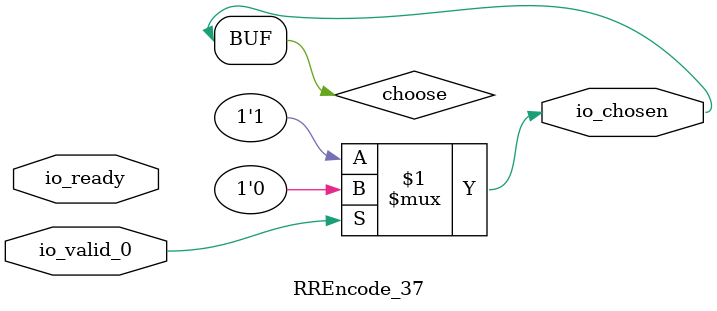
<source format=v>
module RREncode_37(
    input  io_valid_0,
    output io_chosen,
    input  io_ready);
  wire choose;
  assign io_chosen = choose;
  assign choose = io_valid_0 ? 1'h0 : 1'h1;
endmodule
</source>
